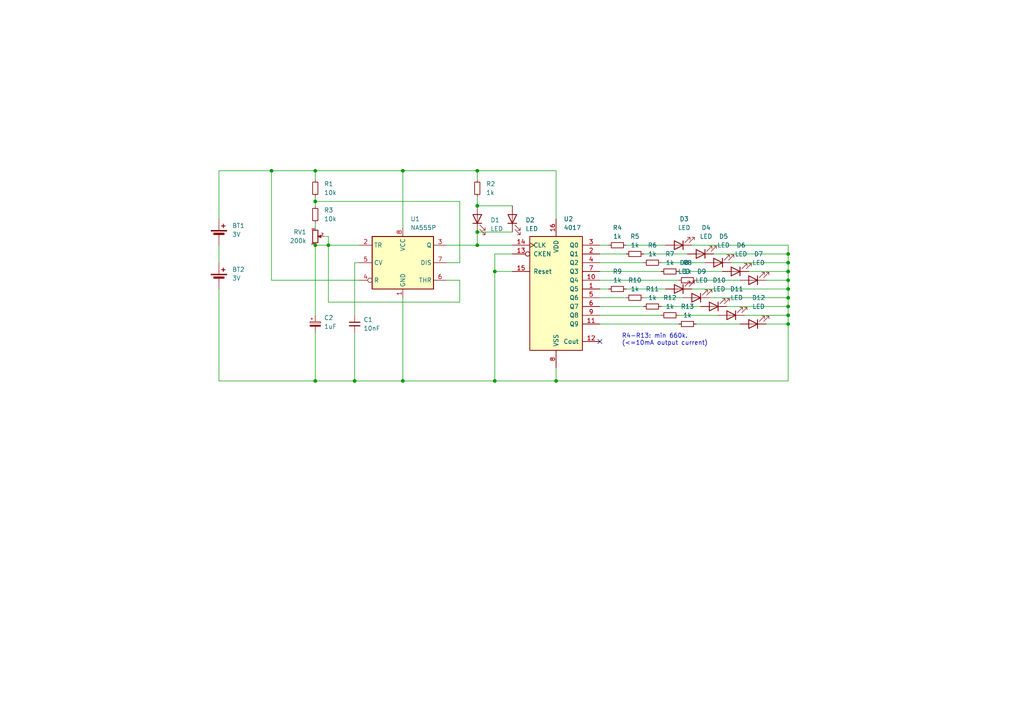
<source format=kicad_sch>
(kicad_sch (version 20230121) (generator eeschema)

  (uuid eaafb135-044e-493f-bf85-87cb7ff3c34e)

  (paper "A4")

  (lib_symbols
    (symbol "4xxx:4017" (pin_names (offset 1.016)) (in_bom yes) (on_board yes)
      (property "Reference" "U" (at -7.62 16.51 0)
        (effects (font (size 1.27 1.27)))
      )
      (property "Value" "4017" (at -7.62 -19.05 0)
        (effects (font (size 1.27 1.27)))
      )
      (property "Footprint" "" (at 0 0 0)
        (effects (font (size 1.27 1.27)) hide)
      )
      (property "Datasheet" "http://www.intersil.com/content/dam/Intersil/documents/cd40/cd4017bms-22bms.pdf" (at 0 0 0)
        (effects (font (size 1.27 1.27)) hide)
      )
      (property "ki_locked" "" (at 0 0 0)
        (effects (font (size 1.27 1.27)))
      )
      (property "ki_keywords" "CNT CNT10" (at 0 0 0)
        (effects (font (size 1.27 1.27)) hide)
      )
      (property "ki_description" "Johnson Counter ( 10 outputs )" (at 0 0 0)
        (effects (font (size 1.27 1.27)) hide)
      )
      (property "ki_fp_filters" "DIP?16*" (at 0 0 0)
        (effects (font (size 1.27 1.27)) hide)
      )
      (symbol "4017_1_0"
        (pin output line (at 12.7 0 180) (length 5.08)
          (name "Q5" (effects (font (size 1.27 1.27))))
          (number "1" (effects (font (size 1.27 1.27))))
        )
        (pin output line (at 12.7 2.54 180) (length 5.08)
          (name "Q4" (effects (font (size 1.27 1.27))))
          (number "10" (effects (font (size 1.27 1.27))))
        )
        (pin output line (at 12.7 -10.16 180) (length 5.08)
          (name "Q9" (effects (font (size 1.27 1.27))))
          (number "11" (effects (font (size 1.27 1.27))))
        )
        (pin output line (at 12.7 -15.24 180) (length 5.08)
          (name "Cout" (effects (font (size 1.27 1.27))))
          (number "12" (effects (font (size 1.27 1.27))))
        )
        (pin input inverted (at -12.7 10.16 0) (length 5.08)
          (name "CKEN" (effects (font (size 1.27 1.27))))
          (number "13" (effects (font (size 1.27 1.27))))
        )
        (pin input clock (at -12.7 12.7 0) (length 5.08)
          (name "CLK" (effects (font (size 1.27 1.27))))
          (number "14" (effects (font (size 1.27 1.27))))
        )
        (pin input line (at -12.7 5.08 0) (length 5.08)
          (name "Reset" (effects (font (size 1.27 1.27))))
          (number "15" (effects (font (size 1.27 1.27))))
        )
        (pin power_in line (at 0 20.32 270) (length 5.08)
          (name "VDD" (effects (font (size 1.27 1.27))))
          (number "16" (effects (font (size 1.27 1.27))))
        )
        (pin output line (at 12.7 10.16 180) (length 5.08)
          (name "Q1" (effects (font (size 1.27 1.27))))
          (number "2" (effects (font (size 1.27 1.27))))
        )
        (pin output line (at 12.7 12.7 180) (length 5.08)
          (name "Q0" (effects (font (size 1.27 1.27))))
          (number "3" (effects (font (size 1.27 1.27))))
        )
        (pin output line (at 12.7 7.62 180) (length 5.08)
          (name "Q2" (effects (font (size 1.27 1.27))))
          (number "4" (effects (font (size 1.27 1.27))))
        )
        (pin output line (at 12.7 -2.54 180) (length 5.08)
          (name "Q6" (effects (font (size 1.27 1.27))))
          (number "5" (effects (font (size 1.27 1.27))))
        )
        (pin output line (at 12.7 -5.08 180) (length 5.08)
          (name "Q7" (effects (font (size 1.27 1.27))))
          (number "6" (effects (font (size 1.27 1.27))))
        )
        (pin output line (at 12.7 5.08 180) (length 5.08)
          (name "Q3" (effects (font (size 1.27 1.27))))
          (number "7" (effects (font (size 1.27 1.27))))
        )
        (pin power_in line (at 0 -22.86 90) (length 5.08)
          (name "VSS" (effects (font (size 1.27 1.27))))
          (number "8" (effects (font (size 1.27 1.27))))
        )
        (pin output line (at 12.7 -7.62 180) (length 5.08)
          (name "Q8" (effects (font (size 1.27 1.27))))
          (number "9" (effects (font (size 1.27 1.27))))
        )
      )
      (symbol "4017_1_1"
        (rectangle (start -7.62 15.24) (end 7.62 -17.78)
          (stroke (width 0.254) (type default))
          (fill (type background))
        )
      )
    )
    (symbol "Device:Battery_Cell" (pin_numbers hide) (pin_names (offset 0) hide) (in_bom yes) (on_board yes)
      (property "Reference" "BT" (at 2.54 2.54 0)
        (effects (font (size 1.27 1.27)) (justify left))
      )
      (property "Value" "Battery_Cell" (at 2.54 0 0)
        (effects (font (size 1.27 1.27)) (justify left))
      )
      (property "Footprint" "" (at 0 1.524 90)
        (effects (font (size 1.27 1.27)) hide)
      )
      (property "Datasheet" "~" (at 0 1.524 90)
        (effects (font (size 1.27 1.27)) hide)
      )
      (property "ki_keywords" "battery cell" (at 0 0 0)
        (effects (font (size 1.27 1.27)) hide)
      )
      (property "ki_description" "Single-cell battery" (at 0 0 0)
        (effects (font (size 1.27 1.27)) hide)
      )
      (symbol "Battery_Cell_0_1"
        (rectangle (start -2.286 1.778) (end 2.286 1.524)
          (stroke (width 0) (type default))
          (fill (type outline))
        )
        (rectangle (start -1.524 1.016) (end 1.524 0.508)
          (stroke (width 0) (type default))
          (fill (type outline))
        )
        (polyline
          (pts
            (xy 0 0.762)
            (xy 0 0)
          )
          (stroke (width 0) (type default))
          (fill (type none))
        )
        (polyline
          (pts
            (xy 0 1.778)
            (xy 0 2.54)
          )
          (stroke (width 0) (type default))
          (fill (type none))
        )
        (polyline
          (pts
            (xy 0.762 3.048)
            (xy 1.778 3.048)
          )
          (stroke (width 0.254) (type default))
          (fill (type none))
        )
        (polyline
          (pts
            (xy 1.27 3.556)
            (xy 1.27 2.54)
          )
          (stroke (width 0.254) (type default))
          (fill (type none))
        )
      )
      (symbol "Battery_Cell_1_1"
        (pin passive line (at 0 5.08 270) (length 2.54)
          (name "+" (effects (font (size 1.27 1.27))))
          (number "1" (effects (font (size 1.27 1.27))))
        )
        (pin passive line (at 0 -2.54 90) (length 2.54)
          (name "-" (effects (font (size 1.27 1.27))))
          (number "2" (effects (font (size 1.27 1.27))))
        )
      )
    )
    (symbol "Device:C_Polarized_Small" (pin_numbers hide) (pin_names (offset 0.254) hide) (in_bom yes) (on_board yes)
      (property "Reference" "C" (at 0.254 1.778 0)
        (effects (font (size 1.27 1.27)) (justify left))
      )
      (property "Value" "C_Polarized_Small" (at 0.254 -2.032 0)
        (effects (font (size 1.27 1.27)) (justify left))
      )
      (property "Footprint" "" (at 0 0 0)
        (effects (font (size 1.27 1.27)) hide)
      )
      (property "Datasheet" "~" (at 0 0 0)
        (effects (font (size 1.27 1.27)) hide)
      )
      (property "ki_keywords" "cap capacitor" (at 0 0 0)
        (effects (font (size 1.27 1.27)) hide)
      )
      (property "ki_description" "Polarized capacitor, small symbol" (at 0 0 0)
        (effects (font (size 1.27 1.27)) hide)
      )
      (property "ki_fp_filters" "CP_*" (at 0 0 0)
        (effects (font (size 1.27 1.27)) hide)
      )
      (symbol "C_Polarized_Small_0_1"
        (rectangle (start -1.524 -0.3048) (end 1.524 -0.6858)
          (stroke (width 0) (type default))
          (fill (type outline))
        )
        (rectangle (start -1.524 0.6858) (end 1.524 0.3048)
          (stroke (width 0) (type default))
          (fill (type none))
        )
        (polyline
          (pts
            (xy -1.27 1.524)
            (xy -0.762 1.524)
          )
          (stroke (width 0) (type default))
          (fill (type none))
        )
        (polyline
          (pts
            (xy -1.016 1.27)
            (xy -1.016 1.778)
          )
          (stroke (width 0) (type default))
          (fill (type none))
        )
      )
      (symbol "C_Polarized_Small_1_1"
        (pin passive line (at 0 2.54 270) (length 1.8542)
          (name "~" (effects (font (size 1.27 1.27))))
          (number "1" (effects (font (size 1.27 1.27))))
        )
        (pin passive line (at 0 -2.54 90) (length 1.8542)
          (name "~" (effects (font (size 1.27 1.27))))
          (number "2" (effects (font (size 1.27 1.27))))
        )
      )
    )
    (symbol "Device:C_Small" (pin_numbers hide) (pin_names (offset 0.254) hide) (in_bom yes) (on_board yes)
      (property "Reference" "C" (at 0.254 1.778 0)
        (effects (font (size 1.27 1.27)) (justify left))
      )
      (property "Value" "C_Small" (at 0.254 -2.032 0)
        (effects (font (size 1.27 1.27)) (justify left))
      )
      (property "Footprint" "" (at 0 0 0)
        (effects (font (size 1.27 1.27)) hide)
      )
      (property "Datasheet" "~" (at 0 0 0)
        (effects (font (size 1.27 1.27)) hide)
      )
      (property "ki_keywords" "capacitor cap" (at 0 0 0)
        (effects (font (size 1.27 1.27)) hide)
      )
      (property "ki_description" "Unpolarized capacitor, small symbol" (at 0 0 0)
        (effects (font (size 1.27 1.27)) hide)
      )
      (property "ki_fp_filters" "C_*" (at 0 0 0)
        (effects (font (size 1.27 1.27)) hide)
      )
      (symbol "C_Small_0_1"
        (polyline
          (pts
            (xy -1.524 -0.508)
            (xy 1.524 -0.508)
          )
          (stroke (width 0.3302) (type default))
          (fill (type none))
        )
        (polyline
          (pts
            (xy -1.524 0.508)
            (xy 1.524 0.508)
          )
          (stroke (width 0.3048) (type default))
          (fill (type none))
        )
      )
      (symbol "C_Small_1_1"
        (pin passive line (at 0 2.54 270) (length 2.032)
          (name "~" (effects (font (size 1.27 1.27))))
          (number "1" (effects (font (size 1.27 1.27))))
        )
        (pin passive line (at 0 -2.54 90) (length 2.032)
          (name "~" (effects (font (size 1.27 1.27))))
          (number "2" (effects (font (size 1.27 1.27))))
        )
      )
    )
    (symbol "Device:LED" (pin_numbers hide) (pin_names (offset 1.016) hide) (in_bom yes) (on_board yes)
      (property "Reference" "D" (at 0 2.54 0)
        (effects (font (size 1.27 1.27)))
      )
      (property "Value" "LED" (at 0 -2.54 0)
        (effects (font (size 1.27 1.27)))
      )
      (property "Footprint" "" (at 0 0 0)
        (effects (font (size 1.27 1.27)) hide)
      )
      (property "Datasheet" "~" (at 0 0 0)
        (effects (font (size 1.27 1.27)) hide)
      )
      (property "ki_keywords" "LED diode" (at 0 0 0)
        (effects (font (size 1.27 1.27)) hide)
      )
      (property "ki_description" "Light emitting diode" (at 0 0 0)
        (effects (font (size 1.27 1.27)) hide)
      )
      (property "ki_fp_filters" "LED* LED_SMD:* LED_THT:*" (at 0 0 0)
        (effects (font (size 1.27 1.27)) hide)
      )
      (symbol "LED_0_1"
        (polyline
          (pts
            (xy -1.27 -1.27)
            (xy -1.27 1.27)
          )
          (stroke (width 0.254) (type default))
          (fill (type none))
        )
        (polyline
          (pts
            (xy -1.27 0)
            (xy 1.27 0)
          )
          (stroke (width 0) (type default))
          (fill (type none))
        )
        (polyline
          (pts
            (xy 1.27 -1.27)
            (xy 1.27 1.27)
            (xy -1.27 0)
            (xy 1.27 -1.27)
          )
          (stroke (width 0.254) (type default))
          (fill (type none))
        )
        (polyline
          (pts
            (xy -3.048 -0.762)
            (xy -4.572 -2.286)
            (xy -3.81 -2.286)
            (xy -4.572 -2.286)
            (xy -4.572 -1.524)
          )
          (stroke (width 0) (type default))
          (fill (type none))
        )
        (polyline
          (pts
            (xy -1.778 -0.762)
            (xy -3.302 -2.286)
            (xy -2.54 -2.286)
            (xy -3.302 -2.286)
            (xy -3.302 -1.524)
          )
          (stroke (width 0) (type default))
          (fill (type none))
        )
      )
      (symbol "LED_1_1"
        (pin passive line (at -3.81 0 0) (length 2.54)
          (name "K" (effects (font (size 1.27 1.27))))
          (number "1" (effects (font (size 1.27 1.27))))
        )
        (pin passive line (at 3.81 0 180) (length 2.54)
          (name "A" (effects (font (size 1.27 1.27))))
          (number "2" (effects (font (size 1.27 1.27))))
        )
      )
    )
    (symbol "Device:R_Potentiometer_Small" (pin_names (offset 1.016) hide) (in_bom yes) (on_board yes)
      (property "Reference" "RV" (at -4.445 0 90)
        (effects (font (size 1.27 1.27)))
      )
      (property "Value" "R_Potentiometer_Small" (at -2.54 0 90)
        (effects (font (size 1.27 1.27)))
      )
      (property "Footprint" "" (at 0 0 0)
        (effects (font (size 1.27 1.27)) hide)
      )
      (property "Datasheet" "~" (at 0 0 0)
        (effects (font (size 1.27 1.27)) hide)
      )
      (property "ki_keywords" "resistor variable" (at 0 0 0)
        (effects (font (size 1.27 1.27)) hide)
      )
      (property "ki_description" "Potentiometer" (at 0 0 0)
        (effects (font (size 1.27 1.27)) hide)
      )
      (property "ki_fp_filters" "Potentiometer*" (at 0 0 0)
        (effects (font (size 1.27 1.27)) hide)
      )
      (symbol "R_Potentiometer_Small_0_1"
        (polyline
          (pts
            (xy 0.889 0)
            (xy 0.635 0)
            (xy 1.651 0.381)
            (xy 1.651 -0.381)
            (xy 0.635 0)
            (xy 0.889 0)
          )
          (stroke (width 0) (type default))
          (fill (type outline))
        )
        (rectangle (start 0.762 1.8034) (end -0.762 -1.8034)
          (stroke (width 0.254) (type default))
          (fill (type none))
        )
      )
      (symbol "R_Potentiometer_Small_1_1"
        (pin passive line (at 0 2.54 270) (length 0.635)
          (name "1" (effects (font (size 0.635 0.635))))
          (number "1" (effects (font (size 0.635 0.635))))
        )
        (pin passive line (at 2.54 0 180) (length 0.9906)
          (name "2" (effects (font (size 0.635 0.635))))
          (number "2" (effects (font (size 0.635 0.635))))
        )
        (pin passive line (at 0 -2.54 90) (length 0.635)
          (name "3" (effects (font (size 0.635 0.635))))
          (number "3" (effects (font (size 0.635 0.635))))
        )
      )
    )
    (symbol "Device:R_Small" (pin_numbers hide) (pin_names (offset 0.254) hide) (in_bom yes) (on_board yes)
      (property "Reference" "R" (at 0.762 0.508 0)
        (effects (font (size 1.27 1.27)) (justify left))
      )
      (property "Value" "R_Small" (at 0.762 -1.016 0)
        (effects (font (size 1.27 1.27)) (justify left))
      )
      (property "Footprint" "" (at 0 0 0)
        (effects (font (size 1.27 1.27)) hide)
      )
      (property "Datasheet" "~" (at 0 0 0)
        (effects (font (size 1.27 1.27)) hide)
      )
      (property "ki_keywords" "R resistor" (at 0 0 0)
        (effects (font (size 1.27 1.27)) hide)
      )
      (property "ki_description" "Resistor, small symbol" (at 0 0 0)
        (effects (font (size 1.27 1.27)) hide)
      )
      (property "ki_fp_filters" "R_*" (at 0 0 0)
        (effects (font (size 1.27 1.27)) hide)
      )
      (symbol "R_Small_0_1"
        (rectangle (start -0.762 1.778) (end 0.762 -1.778)
          (stroke (width 0.2032) (type default))
          (fill (type none))
        )
      )
      (symbol "R_Small_1_1"
        (pin passive line (at 0 2.54 270) (length 0.762)
          (name "~" (effects (font (size 1.27 1.27))))
          (number "1" (effects (font (size 1.27 1.27))))
        )
        (pin passive line (at 0 -2.54 90) (length 0.762)
          (name "~" (effects (font (size 1.27 1.27))))
          (number "2" (effects (font (size 1.27 1.27))))
        )
      )
    )
    (symbol "Timer:NA555P" (in_bom yes) (on_board yes)
      (property "Reference" "U" (at -10.16 8.89 0)
        (effects (font (size 1.27 1.27)) (justify left))
      )
      (property "Value" "NA555P" (at 2.54 8.89 0)
        (effects (font (size 1.27 1.27)) (justify left))
      )
      (property "Footprint" "Package_DIP:DIP-8_W7.62mm" (at 16.51 -10.16 0)
        (effects (font (size 1.27 1.27)) hide)
      )
      (property "Datasheet" "http://www.ti.com/lit/ds/symlink/ne555.pdf" (at 21.59 -10.16 0)
        (effects (font (size 1.27 1.27)) hide)
      )
      (property "ki_keywords" "single timer 555" (at 0 0 0)
        (effects (font (size 1.27 1.27)) hide)
      )
      (property "ki_description" "Precision Timers, 555 compatible, PDIP-8" (at 0 0 0)
        (effects (font (size 1.27 1.27)) hide)
      )
      (property "ki_fp_filters" "DIP*W7.62mm*" (at 0 0 0)
        (effects (font (size 1.27 1.27)) hide)
      )
      (symbol "NA555P_0_0"
        (pin power_in line (at 0 -10.16 90) (length 2.54)
          (name "GND" (effects (font (size 1.27 1.27))))
          (number "1" (effects (font (size 1.27 1.27))))
        )
        (pin power_in line (at 0 10.16 270) (length 2.54)
          (name "VCC" (effects (font (size 1.27 1.27))))
          (number "8" (effects (font (size 1.27 1.27))))
        )
      )
      (symbol "NA555P_0_1"
        (rectangle (start -8.89 -7.62) (end 8.89 7.62)
          (stroke (width 0.254) (type default))
          (fill (type background))
        )
        (rectangle (start -8.89 -7.62) (end 8.89 7.62)
          (stroke (width 0.254) (type default))
          (fill (type background))
        )
      )
      (symbol "NA555P_1_1"
        (pin input line (at -12.7 5.08 0) (length 3.81)
          (name "TR" (effects (font (size 1.27 1.27))))
          (number "2" (effects (font (size 1.27 1.27))))
        )
        (pin output line (at 12.7 5.08 180) (length 3.81)
          (name "Q" (effects (font (size 1.27 1.27))))
          (number "3" (effects (font (size 1.27 1.27))))
        )
        (pin input inverted (at -12.7 -5.08 0) (length 3.81)
          (name "R" (effects (font (size 1.27 1.27))))
          (number "4" (effects (font (size 1.27 1.27))))
        )
        (pin input line (at -12.7 0 0) (length 3.81)
          (name "CV" (effects (font (size 1.27 1.27))))
          (number "5" (effects (font (size 1.27 1.27))))
        )
        (pin input line (at 12.7 -5.08 180) (length 3.81)
          (name "THR" (effects (font (size 1.27 1.27))))
          (number "6" (effects (font (size 1.27 1.27))))
        )
        (pin input line (at 12.7 0 180) (length 3.81)
          (name "DIS" (effects (font (size 1.27 1.27))))
          (number "7" (effects (font (size 1.27 1.27))))
        )
      )
    )
  )

  (junction (at 102.87 110.49) (diameter 0) (color 0 0 0 0)
    (uuid 21f8758a-046c-4857-b71e-c6272ac10a81)
  )
  (junction (at 91.44 58.42) (diameter 0) (color 0 0 0 0)
    (uuid 244bd38c-c347-4a39-a317-167a234d1356)
  )
  (junction (at 138.43 67.31) (diameter 0) (color 0 0 0 0)
    (uuid 309442c9-bee2-4d3a-a041-a92138c6fe2a)
  )
  (junction (at 95.25 71.12) (diameter 0) (color 0 0 0 0)
    (uuid 340da84f-c122-4909-9ffc-b73fd8a0a23e)
  )
  (junction (at 78.74 49.53) (diameter 0) (color 0 0 0 0)
    (uuid 359d8d19-9f3e-4913-b0b1-c4c1fa333bae)
  )
  (junction (at 143.51 78.74) (diameter 0) (color 0 0 0 0)
    (uuid 452e866c-ec3f-4435-908b-b090b66bbe2f)
  )
  (junction (at 91.44 49.53) (diameter 0) (color 0 0 0 0)
    (uuid 493b1045-0da4-42db-ada0-3ea151771a5c)
  )
  (junction (at 228.6 73.66) (diameter 0) (color 0 0 0 0)
    (uuid 4a39d07f-0b5e-4715-813c-31f16b1c0988)
  )
  (junction (at 228.6 83.82) (diameter 0) (color 0 0 0 0)
    (uuid 5726eccf-8d55-4a09-9e49-c6a9ef24399b)
  )
  (junction (at 138.43 59.69) (diameter 0) (color 0 0 0 0)
    (uuid 61fcb703-bdf3-488f-a16e-e55e9fefc70d)
  )
  (junction (at 116.84 49.53) (diameter 0) (color 0 0 0 0)
    (uuid 6a8566f7-38fa-49c8-99e8-66e972b619ac)
  )
  (junction (at 228.6 93.98) (diameter 0) (color 0 0 0 0)
    (uuid 74d95f08-80fb-412c-b95e-90f6cf9732c4)
  )
  (junction (at 228.6 78.74) (diameter 0) (color 0 0 0 0)
    (uuid 76fc21dd-db89-4d1b-bf24-1af8cba04c5c)
  )
  (junction (at 138.43 49.53) (diameter 0) (color 0 0 0 0)
    (uuid 782afa87-7ac9-49ab-8fcb-6f73a4795a5e)
  )
  (junction (at 228.6 91.44) (diameter 0) (color 0 0 0 0)
    (uuid 89536561-e11f-4f6e-acc4-3c38a79ca4bb)
  )
  (junction (at 228.6 76.2) (diameter 0) (color 0 0 0 0)
    (uuid 90acdaf9-061b-4e3d-9a98-c919e1a345ff)
  )
  (junction (at 161.29 110.49) (diameter 0) (color 0 0 0 0)
    (uuid 92995572-c258-45a8-8853-192a4a013b68)
  )
  (junction (at 91.44 110.49) (diameter 0) (color 0 0 0 0)
    (uuid 98443fd1-ce38-49b6-a997-c201af8b1180)
  )
  (junction (at 116.84 110.49) (diameter 0) (color 0 0 0 0)
    (uuid b2b7ae4a-da47-40e2-b556-8802371b4c07)
  )
  (junction (at 228.6 88.9) (diameter 0) (color 0 0 0 0)
    (uuid c8c0da50-8cb4-43dd-b798-33342e9237cb)
  )
  (junction (at 228.6 86.36) (diameter 0) (color 0 0 0 0)
    (uuid d7ff37a1-76d9-45eb-ae5b-75093befd85b)
  )
  (junction (at 91.44 71.12) (diameter 0) (color 0 0 0 0)
    (uuid dac85f98-22c6-4f95-9d52-c354ee038ca2)
  )
  (junction (at 143.51 110.49) (diameter 0) (color 0 0 0 0)
    (uuid db9cb604-c009-4233-b692-39ab267a213b)
  )
  (junction (at 228.6 81.28) (diameter 0) (color 0 0 0 0)
    (uuid ddb581ea-3c9b-4d81-bc8d-b2393190d114)
  )
  (junction (at 138.43 71.12) (diameter 0) (color 0 0 0 0)
    (uuid edc75351-4f15-4036-bfe2-7962e61e6041)
  )

  (no_connect (at 173.99 99.06) (uuid a9b9f059-0462-4adb-abd4-c90412a08bfd))

  (wire (pts (xy 91.44 49.53) (xy 116.84 49.53))
    (stroke (width 0) (type default))
    (uuid 053ab2e3-4899-47de-a37b-0cde69d0b913)
  )
  (wire (pts (xy 217.17 78.74) (xy 228.6 78.74))
    (stroke (width 0) (type default))
    (uuid 0675cb67-d326-4855-876a-5047794f65c2)
  )
  (wire (pts (xy 102.87 76.2) (xy 102.87 91.44))
    (stroke (width 0) (type default))
    (uuid 06b47ac4-1093-43f6-b512-afd8d8d7000b)
  )
  (wire (pts (xy 138.43 49.53) (xy 161.29 49.53))
    (stroke (width 0) (type default))
    (uuid 0dab0bb5-2bcc-48f8-b711-4380fe482476)
  )
  (wire (pts (xy 228.6 71.12) (xy 228.6 73.66))
    (stroke (width 0) (type default))
    (uuid 12d3948f-40e2-405e-aca1-8ab0c2657043)
  )
  (wire (pts (xy 212.09 76.2) (xy 228.6 76.2))
    (stroke (width 0) (type default))
    (uuid 14fc34fc-9e88-4c0e-8ee2-2529efa67b60)
  )
  (wire (pts (xy 143.51 110.49) (xy 161.29 110.49))
    (stroke (width 0) (type default))
    (uuid 221c14f5-bfa4-42b1-b11e-165649c2b3ef)
  )
  (wire (pts (xy 95.25 71.12) (xy 104.14 71.12))
    (stroke (width 0) (type default))
    (uuid 272b7783-c071-42b2-8d7a-39508265f17f)
  )
  (wire (pts (xy 205.74 86.36) (xy 228.6 86.36))
    (stroke (width 0) (type default))
    (uuid 29e94a61-dc99-4f0c-97a4-1a1693d507b3)
  )
  (wire (pts (xy 173.99 73.66) (xy 181.61 73.66))
    (stroke (width 0) (type default))
    (uuid 2ac604da-dee6-4365-ae5a-0387ed0a6e8e)
  )
  (wire (pts (xy 91.44 57.15) (xy 91.44 58.42))
    (stroke (width 0) (type default))
    (uuid 2afb3b4f-b6f8-46b9-84e2-c374e28625f3)
  )
  (wire (pts (xy 78.74 49.53) (xy 91.44 49.53))
    (stroke (width 0) (type default))
    (uuid 2cb22035-db78-43b4-951f-441ae13ecfec)
  )
  (wire (pts (xy 116.84 86.36) (xy 116.84 110.49))
    (stroke (width 0) (type default))
    (uuid 2e565670-79fb-4c0c-b3aa-d4b12e9caeaa)
  )
  (wire (pts (xy 207.01 73.66) (xy 228.6 73.66))
    (stroke (width 0) (type default))
    (uuid 2fbc166c-499d-45a8-ad38-50da5152bc75)
  )
  (wire (pts (xy 161.29 110.49) (xy 228.6 110.49))
    (stroke (width 0) (type default))
    (uuid 3144dbee-5de1-4e74-9256-deca5e381883)
  )
  (wire (pts (xy 228.6 73.66) (xy 228.6 76.2))
    (stroke (width 0) (type default))
    (uuid 32c057d1-4bdc-4bcd-b63a-1151da7ef13c)
  )
  (wire (pts (xy 91.44 49.53) (xy 91.44 52.07))
    (stroke (width 0) (type default))
    (uuid 32ddc48a-4269-4387-bfee-b0a758013ecf)
  )
  (wire (pts (xy 173.99 86.36) (xy 181.61 86.36))
    (stroke (width 0) (type default))
    (uuid 37146bc2-11a9-4141-a560-f2ee5ae87321)
  )
  (wire (pts (xy 181.61 83.82) (xy 193.04 83.82))
    (stroke (width 0) (type default))
    (uuid 3a0a8269-492e-4ac0-a730-e8e5d3a2afdb)
  )
  (wire (pts (xy 228.6 93.98) (xy 228.6 110.49))
    (stroke (width 0) (type default))
    (uuid 3e295c81-d366-46de-9c39-ce41f20af902)
  )
  (wire (pts (xy 173.99 76.2) (xy 186.69 76.2))
    (stroke (width 0) (type default))
    (uuid 3fdbd3bf-cc0a-4f75-875f-90d3c557a195)
  )
  (wire (pts (xy 138.43 71.12) (xy 148.59 71.12))
    (stroke (width 0) (type default))
    (uuid 41e4221c-5eec-4484-ab27-bd161b8a5511)
  )
  (wire (pts (xy 116.84 49.53) (xy 138.43 49.53))
    (stroke (width 0) (type default))
    (uuid 4401a0e4-f772-49fd-a64f-180377d4e55d)
  )
  (wire (pts (xy 222.25 93.98) (xy 228.6 93.98))
    (stroke (width 0) (type default))
    (uuid 46f572fb-a6e7-4145-86f2-21963b5c6fc8)
  )
  (wire (pts (xy 138.43 49.53) (xy 138.43 52.07))
    (stroke (width 0) (type default))
    (uuid 4925cc50-2ada-4806-a0f7-f163d5278e2f)
  )
  (wire (pts (xy 133.35 87.63) (xy 95.25 87.63))
    (stroke (width 0) (type default))
    (uuid 4ebf2a18-d11f-42db-8192-ee1ab9d1e153)
  )
  (wire (pts (xy 181.61 71.12) (xy 193.04 71.12))
    (stroke (width 0) (type default))
    (uuid 550784c9-6793-496d-a181-b5f9856bd697)
  )
  (wire (pts (xy 91.44 59.69) (xy 91.44 58.42))
    (stroke (width 0) (type default))
    (uuid 55246ba7-f2f0-46d6-996b-bbf831da5f96)
  )
  (wire (pts (xy 196.85 78.74) (xy 209.55 78.74))
    (stroke (width 0) (type default))
    (uuid 57285dc1-78c3-4df2-805f-b37922192703)
  )
  (wire (pts (xy 102.87 96.52) (xy 102.87 110.49))
    (stroke (width 0) (type default))
    (uuid 60d7221c-fc24-49f3-b515-de589fbff8cc)
  )
  (wire (pts (xy 148.59 73.66) (xy 143.51 73.66))
    (stroke (width 0) (type default))
    (uuid 6480e97a-63ba-4950-ad79-36529dc7c490)
  )
  (wire (pts (xy 133.35 81.28) (xy 133.35 87.63))
    (stroke (width 0) (type default))
    (uuid 67569012-6e62-4620-ba68-be067098e3e4)
  )
  (wire (pts (xy 161.29 106.68) (xy 161.29 110.49))
    (stroke (width 0) (type default))
    (uuid 697c0169-a91d-4d60-bc22-4ba2fd69504f)
  )
  (wire (pts (xy 196.85 91.44) (xy 208.28 91.44))
    (stroke (width 0) (type default))
    (uuid 6b550aaa-9bd7-4015-a04c-c582e9d12bc5)
  )
  (wire (pts (xy 228.6 76.2) (xy 228.6 78.74))
    (stroke (width 0) (type default))
    (uuid 6e18c7d5-f126-4554-8ec1-22d756009c01)
  )
  (wire (pts (xy 91.44 96.52) (xy 91.44 110.49))
    (stroke (width 0) (type default))
    (uuid 76f9d44a-9380-46cf-9924-1c1d5d89eed5)
  )
  (wire (pts (xy 91.44 71.12) (xy 91.44 91.44))
    (stroke (width 0) (type default))
    (uuid 7776c234-e4da-4577-a98f-08c0540e44b0)
  )
  (wire (pts (xy 228.6 83.82) (xy 228.6 86.36))
    (stroke (width 0) (type default))
    (uuid 7b411fa1-a66c-40a7-9020-09dbc92853eb)
  )
  (wire (pts (xy 129.54 81.28) (xy 133.35 81.28))
    (stroke (width 0) (type default))
    (uuid 7bbf49cb-7aa3-41f9-a3b9-22f271da2a2d)
  )
  (wire (pts (xy 63.5 71.12) (xy 63.5 76.2))
    (stroke (width 0) (type default))
    (uuid 7f390771-053a-4ca6-8bfc-4ecd646bb227)
  )
  (wire (pts (xy 228.6 91.44) (xy 228.6 93.98))
    (stroke (width 0) (type default))
    (uuid 886b47dc-699e-4b17-b4d9-5c42e2f459b6)
  )
  (wire (pts (xy 104.14 81.28) (xy 78.74 81.28))
    (stroke (width 0) (type default))
    (uuid 8a07a2bf-9925-4b00-a179-0b5d3cb3af80)
  )
  (wire (pts (xy 173.99 71.12) (xy 176.53 71.12))
    (stroke (width 0) (type default))
    (uuid 8bc4db37-12c9-4252-a986-2fbf8a5319ff)
  )
  (wire (pts (xy 228.6 88.9) (xy 228.6 91.44))
    (stroke (width 0) (type default))
    (uuid 9571a634-c1e5-495e-95fe-9a8693bcf764)
  )
  (wire (pts (xy 186.69 73.66) (xy 199.39 73.66))
    (stroke (width 0) (type default))
    (uuid 959550c2-e319-41dd-8e39-74e9a4cca3a4)
  )
  (wire (pts (xy 91.44 64.77) (xy 91.44 66.04))
    (stroke (width 0) (type default))
    (uuid 990868aa-5c3b-4a5a-a84f-787bb495af6e)
  )
  (wire (pts (xy 173.99 83.82) (xy 176.53 83.82))
    (stroke (width 0) (type default))
    (uuid 99665c15-459a-4b20-9f39-0c12cd13cfbe)
  )
  (wire (pts (xy 191.77 88.9) (xy 203.2 88.9))
    (stroke (width 0) (type default))
    (uuid 9a435fab-c435-460b-8ba4-701f8cd1504c)
  )
  (wire (pts (xy 191.77 76.2) (xy 204.47 76.2))
    (stroke (width 0) (type default))
    (uuid 9e827345-6486-4931-b512-8f64405c89f9)
  )
  (wire (pts (xy 228.6 86.36) (xy 228.6 88.9))
    (stroke (width 0) (type default))
    (uuid a0312d55-993f-4ed8-8409-193d36324a5b)
  )
  (wire (pts (xy 148.59 78.74) (xy 143.51 78.74))
    (stroke (width 0) (type default))
    (uuid a0f1830a-c7d2-4f77-abfd-f5d283994178)
  )
  (wire (pts (xy 173.99 88.9) (xy 186.69 88.9))
    (stroke (width 0) (type default))
    (uuid a1f2b321-dc0b-4bd7-ab35-74c1ecc16da9)
  )
  (wire (pts (xy 91.44 71.12) (xy 95.25 71.12))
    (stroke (width 0) (type default))
    (uuid a34a788f-3bad-4a82-aca0-eaeaac305751)
  )
  (wire (pts (xy 102.87 110.49) (xy 116.84 110.49))
    (stroke (width 0) (type default))
    (uuid a6cb55c6-083e-4343-bdc6-e3297b30662f)
  )
  (wire (pts (xy 143.51 73.66) (xy 143.51 78.74))
    (stroke (width 0) (type default))
    (uuid aabc9e4c-7040-4b1a-a7e4-2f06574267f3)
  )
  (wire (pts (xy 133.35 58.42) (xy 133.35 76.2))
    (stroke (width 0) (type default))
    (uuid acb1d95e-6a4f-4bc3-9bfe-8da108fc7bd5)
  )
  (wire (pts (xy 143.51 78.74) (xy 143.51 110.49))
    (stroke (width 0) (type default))
    (uuid ace354ae-b486-4f5a-b005-1dd285c27f94)
  )
  (wire (pts (xy 222.25 81.28) (xy 228.6 81.28))
    (stroke (width 0) (type default))
    (uuid afda9a0d-7ed6-4285-942b-e12259052979)
  )
  (wire (pts (xy 133.35 76.2) (xy 129.54 76.2))
    (stroke (width 0) (type default))
    (uuid b2ca8191-ab91-49f8-8dc3-16c3aabbe177)
  )
  (wire (pts (xy 116.84 49.53) (xy 116.84 66.04))
    (stroke (width 0) (type default))
    (uuid b3c039f6-13f3-46f7-8dae-c866148779e0)
  )
  (wire (pts (xy 63.5 110.49) (xy 91.44 110.49))
    (stroke (width 0) (type default))
    (uuid b8e5e436-1dc0-405c-95db-30d611c33078)
  )
  (wire (pts (xy 95.25 68.58) (xy 95.25 71.12))
    (stroke (width 0) (type default))
    (uuid b910d462-e19f-4035-a0c3-cf05928882a2)
  )
  (wire (pts (xy 63.5 49.53) (xy 63.5 63.5))
    (stroke (width 0) (type default))
    (uuid bceef701-6d97-4fd8-9046-1d42dea1407d)
  )
  (wire (pts (xy 78.74 49.53) (xy 63.5 49.53))
    (stroke (width 0) (type default))
    (uuid bd8dc840-b99c-4d00-b7a6-15273728b0e1)
  )
  (wire (pts (xy 215.9 91.44) (xy 228.6 91.44))
    (stroke (width 0) (type default))
    (uuid bf87e741-36ee-4743-811b-1cf2dc42deee)
  )
  (wire (pts (xy 138.43 67.31) (xy 148.59 67.31))
    (stroke (width 0) (type default))
    (uuid c1b72152-8f5d-4a6c-be49-6b2bb9912986)
  )
  (wire (pts (xy 138.43 67.31) (xy 138.43 71.12))
    (stroke (width 0) (type default))
    (uuid c5f52f20-2d13-490f-9af6-ae74a8918299)
  )
  (wire (pts (xy 200.66 71.12) (xy 228.6 71.12))
    (stroke (width 0) (type default))
    (uuid c7796657-82e9-4e99-8a21-66c12463ffb6)
  )
  (wire (pts (xy 95.25 87.63) (xy 95.25 71.12))
    (stroke (width 0) (type default))
    (uuid ca57f49a-344b-423b-a845-3ecc249b214a)
  )
  (wire (pts (xy 173.99 81.28) (xy 196.85 81.28))
    (stroke (width 0) (type default))
    (uuid cf0d7902-c3e1-423e-a46b-bd78c8eba287)
  )
  (wire (pts (xy 116.84 110.49) (xy 143.51 110.49))
    (stroke (width 0) (type default))
    (uuid d5390f89-583f-44d3-8e7d-c9b03cf11796)
  )
  (wire (pts (xy 228.6 78.74) (xy 228.6 81.28))
    (stroke (width 0) (type default))
    (uuid d65cbf12-1b00-4c46-b5e3-854a4d6dbc5a)
  )
  (wire (pts (xy 161.29 49.53) (xy 161.29 63.5))
    (stroke (width 0) (type default))
    (uuid d7cdc4fb-7ad0-43d8-95c4-eb9588d6e832)
  )
  (wire (pts (xy 129.54 71.12) (xy 138.43 71.12))
    (stroke (width 0) (type default))
    (uuid d7ffa297-66f9-41bc-8ee7-6e9bdacb0d62)
  )
  (wire (pts (xy 201.93 81.28) (xy 214.63 81.28))
    (stroke (width 0) (type default))
    (uuid d9c65a93-13ea-4a22-b990-bc7132c2e71d)
  )
  (wire (pts (xy 173.99 91.44) (xy 191.77 91.44))
    (stroke (width 0) (type default))
    (uuid dca2d167-28eb-423b-8700-ba9933918493)
  )
  (wire (pts (xy 91.44 58.42) (xy 133.35 58.42))
    (stroke (width 0) (type default))
    (uuid dd312f83-2ccd-4104-ad05-77e17a6e2460)
  )
  (wire (pts (xy 91.44 110.49) (xy 102.87 110.49))
    (stroke (width 0) (type default))
    (uuid dd335d07-ef86-4e88-854b-cfb4f9b9ac1c)
  )
  (wire (pts (xy 228.6 81.28) (xy 228.6 83.82))
    (stroke (width 0) (type default))
    (uuid e005450e-a0fe-4a9d-b249-dbb1f94c4de6)
  )
  (wire (pts (xy 173.99 78.74) (xy 191.77 78.74))
    (stroke (width 0) (type default))
    (uuid e39a7853-9c02-4b03-a2cc-9f65edc1df2b)
  )
  (wire (pts (xy 201.93 93.98) (xy 214.63 93.98))
    (stroke (width 0) (type default))
    (uuid e6418ed6-780f-472e-ad1c-9fad767dde34)
  )
  (wire (pts (xy 93.98 68.58) (xy 95.25 68.58))
    (stroke (width 0) (type default))
    (uuid e815fa45-5082-4add-a770-6251523a1a38)
  )
  (wire (pts (xy 78.74 81.28) (xy 78.74 49.53))
    (stroke (width 0) (type default))
    (uuid ec76eacb-dd45-4162-b939-f7e318669db9)
  )
  (wire (pts (xy 200.66 83.82) (xy 228.6 83.82))
    (stroke (width 0) (type default))
    (uuid f1d20cc5-a9d9-40cb-804b-815806d90df3)
  )
  (wire (pts (xy 63.5 83.82) (xy 63.5 110.49))
    (stroke (width 0) (type default))
    (uuid f2add4e0-4369-42d8-9c8e-70b5eab7d2d7)
  )
  (wire (pts (xy 210.82 88.9) (xy 228.6 88.9))
    (stroke (width 0) (type default))
    (uuid f73905ce-718f-41e5-80b1-6ccd0de1a96b)
  )
  (wire (pts (xy 186.69 86.36) (xy 198.12 86.36))
    (stroke (width 0) (type default))
    (uuid f7ee4e0a-1920-4e2a-8bb5-6e122dcdc964)
  )
  (wire (pts (xy 102.87 76.2) (xy 104.14 76.2))
    (stroke (width 0) (type default))
    (uuid f9d1e85a-cec1-48cd-8e01-a69c2cd1d831)
  )
  (wire (pts (xy 173.99 93.98) (xy 196.85 93.98))
    (stroke (width 0) (type default))
    (uuid fb1dcf09-6a04-43e4-926e-60bbce63a6af)
  )
  (wire (pts (xy 138.43 59.69) (xy 148.59 59.69))
    (stroke (width 0) (type default))
    (uuid fe07a76a-7c10-4e47-941e-d5f395c7eb95)
  )
  (wire (pts (xy 138.43 57.15) (xy 138.43 59.69))
    (stroke (width 0) (type default))
    (uuid ff97eb0c-0b73-43f5-8dc5-adefa7914780)
  )

  (text "R4-R13: min 660k.\n(<=10mA output current)" (at 180.34 100.33 0)
    (effects (font (size 1.27 1.27)) (justify left bottom))
    (uuid 365989bc-a274-4282-ac24-33039edfa346)
  )

  (symbol (lib_id "Device:LED") (at 203.2 73.66 180) (unit 1)
    (in_bom yes) (on_board yes) (dnp no) (fields_autoplaced)
    (uuid 00c0e21b-1498-416c-950b-3036c02b6e2d)
    (property "Reference" "D4" (at 204.7875 66.04 0)
      (effects (font (size 1.27 1.27)))
    )
    (property "Value" "LED" (at 204.7875 68.58 0)
      (effects (font (size 1.27 1.27)))
    )
    (property "Footprint" "UserFootprints:LED_D5.0mm_double_sided" (at 203.2 73.66 0)
      (effects (font (size 1.27 1.27)) hide)
    )
    (property "Datasheet" "~" (at 203.2 73.66 0)
      (effects (font (size 1.27 1.27)) hide)
    )
    (pin "2" (uuid 6f15b675-c0f1-40d4-a16c-7faf28c8be69))
    (pin "1" (uuid e60080df-7b69-44d7-b809-f69343c39f65))
    (instances
      (project "Toolbox"
        (path "/eaafb135-044e-493f-bf85-87cb7ff3c34e"
          (reference "D4") (unit 1)
        )
      )
    )
  )

  (symbol (lib_id "Device:LED") (at 213.36 78.74 180) (unit 1)
    (in_bom yes) (on_board yes) (dnp no) (fields_autoplaced)
    (uuid 00d3d1e5-0319-407f-9eba-d7aaea2bf3fd)
    (property "Reference" "D6" (at 214.9475 71.12 0)
      (effects (font (size 1.27 1.27)))
    )
    (property "Value" "LED" (at 214.9475 73.66 0)
      (effects (font (size 1.27 1.27)))
    )
    (property "Footprint" "UserFootprints:LED_D5.0mm_double_sided" (at 213.36 78.74 0)
      (effects (font (size 1.27 1.27)) hide)
    )
    (property "Datasheet" "~" (at 213.36 78.74 0)
      (effects (font (size 1.27 1.27)) hide)
    )
    (pin "2" (uuid 1d297180-1265-4530-a430-f624087b92e8))
    (pin "1" (uuid 5fb9eed8-de7f-46e6-b6fd-9f1cad4072cb))
    (instances
      (project "Toolbox"
        (path "/eaafb135-044e-493f-bf85-87cb7ff3c34e"
          (reference "D6") (unit 1)
        )
      )
    )
  )

  (symbol (lib_id "Device:LED") (at 201.93 86.36 180) (unit 1)
    (in_bom yes) (on_board yes) (dnp no) (fields_autoplaced)
    (uuid 04effa4f-b397-4cb1-98ec-8916cecbf742)
    (property "Reference" "D9" (at 203.5175 78.74 0)
      (effects (font (size 1.27 1.27)))
    )
    (property "Value" "LED" (at 203.5175 81.28 0)
      (effects (font (size 1.27 1.27)))
    )
    (property "Footprint" "UserFootprints:LED_D5.0mm_double_sided" (at 201.93 86.36 0)
      (effects (font (size 1.27 1.27)) hide)
    )
    (property "Datasheet" "~" (at 201.93 86.36 0)
      (effects (font (size 1.27 1.27)) hide)
    )
    (pin "2" (uuid b089ca60-e236-4d5c-bfef-e10c36d4628e))
    (pin "1" (uuid 5e226292-19b7-4ed8-ad4c-6efc0b2b7ac2))
    (instances
      (project "Toolbox"
        (path "/eaafb135-044e-493f-bf85-87cb7ff3c34e"
          (reference "D9") (unit 1)
        )
      )
    )
  )

  (symbol (lib_id "Device:R_Small") (at 194.31 91.44 90) (unit 1)
    (in_bom yes) (on_board yes) (dnp no) (fields_autoplaced)
    (uuid 0716ad55-b389-4b0e-a72f-b22a888347e3)
    (property "Reference" "R12" (at 194.31 86.36 90)
      (effects (font (size 1.27 1.27)))
    )
    (property "Value" "1k" (at 194.31 88.9 90)
      (effects (font (size 1.27 1.27)))
    )
    (property "Footprint" "Resistor_THT:R_Axial_DIN0207_L6.3mm_D2.5mm_P10.16mm_Horizontal" (at 194.31 91.44 0)
      (effects (font (size 1.27 1.27)) hide)
    )
    (property "Datasheet" "~" (at 194.31 91.44 0)
      (effects (font (size 1.27 1.27)) hide)
    )
    (pin "2" (uuid fbfb5f80-56e6-4faa-8df3-e10fb1f75df0))
    (pin "1" (uuid 8df4cd36-75f9-4705-a77d-9684524e2861))
    (instances
      (project "Toolbox"
        (path "/eaafb135-044e-493f-bf85-87cb7ff3c34e"
          (reference "R12") (unit 1)
        )
      )
    )
  )

  (symbol (lib_id "Device:R_Small") (at 199.39 81.28 90) (unit 1)
    (in_bom yes) (on_board yes) (dnp no) (fields_autoplaced)
    (uuid 08a94c20-c17e-4466-8407-1a2324819c99)
    (property "Reference" "R8" (at 199.39 76.2 90)
      (effects (font (size 1.27 1.27)))
    )
    (property "Value" "1k" (at 199.39 78.74 90)
      (effects (font (size 1.27 1.27)))
    )
    (property "Footprint" "Resistor_THT:R_Axial_DIN0207_L6.3mm_D2.5mm_P10.16mm_Horizontal" (at 199.39 81.28 0)
      (effects (font (size 1.27 1.27)) hide)
    )
    (property "Datasheet" "~" (at 199.39 81.28 0)
      (effects (font (size 1.27 1.27)) hide)
    )
    (pin "2" (uuid 74ed91cd-b5e6-42fb-a9e5-1a777146b4e5))
    (pin "1" (uuid ce4832e9-0bbe-4e32-bd45-2a77c3708ac9))
    (instances
      (project "Toolbox"
        (path "/eaafb135-044e-493f-bf85-87cb7ff3c34e"
          (reference "R8") (unit 1)
        )
      )
    )
  )

  (symbol (lib_id "Device:R_Small") (at 189.23 88.9 90) (unit 1)
    (in_bom yes) (on_board yes) (dnp no) (fields_autoplaced)
    (uuid 0b5f580c-c2ac-46c5-a7e9-f6c06be63943)
    (property "Reference" "R11" (at 189.23 83.82 90)
      (effects (font (size 1.27 1.27)))
    )
    (property "Value" "1k" (at 189.23 86.36 90)
      (effects (font (size 1.27 1.27)))
    )
    (property "Footprint" "Resistor_THT:R_Axial_DIN0207_L6.3mm_D2.5mm_P10.16mm_Horizontal" (at 189.23 88.9 0)
      (effects (font (size 1.27 1.27)) hide)
    )
    (property "Datasheet" "~" (at 189.23 88.9 0)
      (effects (font (size 1.27 1.27)) hide)
    )
    (pin "2" (uuid 4977e7de-67df-4815-9141-1c6a2424141d))
    (pin "1" (uuid 09c3aece-4d2d-4429-afe1-6f24489a1469))
    (instances
      (project "Toolbox"
        (path "/eaafb135-044e-493f-bf85-87cb7ff3c34e"
          (reference "R11") (unit 1)
        )
      )
    )
  )

  (symbol (lib_id "Device:R_Small") (at 199.39 93.98 90) (unit 1)
    (in_bom yes) (on_board yes) (dnp no) (fields_autoplaced)
    (uuid 2816e67b-3b95-4c46-a0ed-53b5d180cd35)
    (property "Reference" "R13" (at 199.39 88.9 90)
      (effects (font (size 1.27 1.27)))
    )
    (property "Value" "1k" (at 199.39 91.44 90)
      (effects (font (size 1.27 1.27)))
    )
    (property "Footprint" "Resistor_THT:R_Axial_DIN0207_L6.3mm_D2.5mm_P10.16mm_Horizontal" (at 199.39 93.98 0)
      (effects (font (size 1.27 1.27)) hide)
    )
    (property "Datasheet" "~" (at 199.39 93.98 0)
      (effects (font (size 1.27 1.27)) hide)
    )
    (pin "2" (uuid 14e8a32b-4384-4d27-96f4-cfa83fc2f50b))
    (pin "1" (uuid c5cb2363-15aa-488e-a666-13bd74b58015))
    (instances
      (project "Toolbox"
        (path "/eaafb135-044e-493f-bf85-87cb7ff3c34e"
          (reference "R13") (unit 1)
        )
      )
    )
  )

  (symbol (lib_id "Device:LED") (at 138.43 63.5 90) (unit 1)
    (in_bom yes) (on_board yes) (dnp no) (fields_autoplaced)
    (uuid 3d99e57e-6517-4b5b-b111-da2bedaa8030)
    (property "Reference" "D1" (at 142.24 63.8175 90)
      (effects (font (size 1.27 1.27)) (justify right))
    )
    (property "Value" "LED" (at 142.24 66.3575 90)
      (effects (font (size 1.27 1.27)) (justify right))
    )
    (property "Footprint" "LED_SMD:LED_1206_3216Metric_Pad1.42x1.75mm_HandSolder" (at 138.43 63.5 0)
      (effects (font (size 1.27 1.27)) hide)
    )
    (property "Datasheet" "~" (at 138.43 63.5 0)
      (effects (font (size 1.27 1.27)) hide)
    )
    (pin "2" (uuid 5ea8683d-6374-4e78-99ba-1d281bfdd147))
    (pin "1" (uuid 3040bf4d-5bd3-4e19-b589-c577514aaf47))
    (instances
      (project "Toolbox"
        (path "/eaafb135-044e-493f-bf85-87cb7ff3c34e"
          (reference "D1") (unit 1)
        )
      )
    )
  )

  (symbol (lib_id "Device:R_Small") (at 138.43 54.61 0) (unit 1)
    (in_bom yes) (on_board yes) (dnp no) (fields_autoplaced)
    (uuid 3f5beda1-a5e4-47f7-9dd5-fdaca7a6e163)
    (property "Reference" "R2" (at 140.97 53.34 0)
      (effects (font (size 1.27 1.27)) (justify left))
    )
    (property "Value" "1k" (at 140.97 55.88 0)
      (effects (font (size 1.27 1.27)) (justify left))
    )
    (property "Footprint" "Resistor_THT:R_Axial_DIN0207_L6.3mm_D2.5mm_P10.16mm_Horizontal" (at 138.43 54.61 0)
      (effects (font (size 1.27 1.27)) hide)
    )
    (property "Datasheet" "~" (at 138.43 54.61 0)
      (effects (font (size 1.27 1.27)) hide)
    )
    (pin "2" (uuid 3cae1dcd-d995-4fed-a385-f381880f5341))
    (pin "1" (uuid 0f9d7ea8-5a75-4346-98d7-e37e14d18830))
    (instances
      (project "Toolbox"
        (path "/eaafb135-044e-493f-bf85-87cb7ff3c34e"
          (reference "R2") (unit 1)
        )
      )
    )
  )

  (symbol (lib_id "Device:R_Small") (at 184.15 73.66 90) (unit 1)
    (in_bom yes) (on_board yes) (dnp no) (fields_autoplaced)
    (uuid 51a3e0f3-f2eb-476c-bd35-40e01c5734a2)
    (property "Reference" "R5" (at 184.15 68.58 90)
      (effects (font (size 1.27 1.27)))
    )
    (property "Value" "1k" (at 184.15 71.12 90)
      (effects (font (size 1.27 1.27)))
    )
    (property "Footprint" "Resistor_THT:R_Axial_DIN0207_L6.3mm_D2.5mm_P10.16mm_Horizontal" (at 184.15 73.66 0)
      (effects (font (size 1.27 1.27)) hide)
    )
    (property "Datasheet" "~" (at 184.15 73.66 0)
      (effects (font (size 1.27 1.27)) hide)
    )
    (pin "2" (uuid 751e1808-f6ab-40b9-a061-b0c0b19dd845))
    (pin "1" (uuid ec83bd60-a5ea-4217-ace6-c65df0e2d444))
    (instances
      (project "Toolbox"
        (path "/eaafb135-044e-493f-bf85-87cb7ff3c34e"
          (reference "R5") (unit 1)
        )
      )
    )
  )

  (symbol (lib_id "Device:R_Small") (at 91.44 62.23 180) (unit 1)
    (in_bom yes) (on_board yes) (dnp no) (fields_autoplaced)
    (uuid 51e3a454-33d5-4bc7-b230-a5d8d7b5ad43)
    (property "Reference" "R3" (at 93.98 60.96 0)
      (effects (font (size 1.27 1.27)) (justify right))
    )
    (property "Value" "10k" (at 93.98 63.5 0)
      (effects (font (size 1.27 1.27)) (justify right))
    )
    (property "Footprint" "Resistor_THT:R_Axial_DIN0207_L6.3mm_D2.5mm_P10.16mm_Horizontal" (at 91.44 62.23 0)
      (effects (font (size 1.27 1.27)) hide)
    )
    (property "Datasheet" "~" (at 91.44 62.23 0)
      (effects (font (size 1.27 1.27)) hide)
    )
    (pin "2" (uuid cc6c6725-0aea-416b-9a65-a2f96e69a92e))
    (pin "1" (uuid 94514d0b-39e6-459d-94ba-3c683c333307))
    (instances
      (project "Toolbox"
        (path "/eaafb135-044e-493f-bf85-87cb7ff3c34e"
          (reference "R3") (unit 1)
        )
      )
    )
  )

  (symbol (lib_id "4xxx:4017") (at 161.29 83.82 0) (unit 1)
    (in_bom yes) (on_board yes) (dnp no) (fields_autoplaced)
    (uuid 61453985-1631-44e8-9864-c0004094229c)
    (property "Reference" "U2" (at 163.4841 63.5 0)
      (effects (font (size 1.27 1.27)) (justify left))
    )
    (property "Value" "4017" (at 163.4841 66.04 0)
      (effects (font (size 1.27 1.27)) (justify left))
    )
    (property "Footprint" "Package_DIP:DIP-16_W7.62mm_LongPads" (at 161.29 83.82 0)
      (effects (font (size 1.27 1.27)) hide)
    )
    (property "Datasheet" "http://www.intersil.com/content/dam/Intersil/documents/cd40/cd4017bms-22bms.pdf" (at 161.29 83.82 0)
      (effects (font (size 1.27 1.27)) hide)
    )
    (pin "16" (uuid d2d10a05-461d-4539-9132-773d67c188ac))
    (pin "6" (uuid 03ed4e2b-7ce8-4656-8b64-59567ebb4f21))
    (pin "13" (uuid bd0e635b-3d5a-4056-8fe1-fb145db0a825))
    (pin "8" (uuid 7534ef3c-e412-4df0-8a6c-6cf707e236ee))
    (pin "10" (uuid b3fe6939-5a1d-4be1-9249-839be1b9e23b))
    (pin "7" (uuid 93e8e3f5-1399-4411-b7d8-39e01de17752))
    (pin "15" (uuid 7b367269-ccde-4594-8c32-ff26231234a2))
    (pin "2" (uuid 3649a08a-2347-42f9-aa83-6a68d171ae86))
    (pin "4" (uuid 57ca756a-1e5d-4ae9-a74e-1f97f7d19e20))
    (pin "14" (uuid a5215306-005a-49a2-a5f4-ca4705a6b252))
    (pin "11" (uuid bfcdbee0-e2e9-4ab4-b7b7-84709537216a))
    (pin "3" (uuid 525c5861-7adb-48a8-ba4f-ce5f3ac1da05))
    (pin "5" (uuid 9b19d6e1-c446-4654-8a67-00e18c8d89bb))
    (pin "12" (uuid 78702657-37b5-4ae3-9f78-8c84317b304a))
    (pin "9" (uuid f6e3c65b-706d-43b4-8498-0a805437dd2a))
    (pin "1" (uuid 466f104b-bcd1-490e-845e-7bfecb72bcb7))
    (instances
      (project "Toolbox"
        (path "/eaafb135-044e-493f-bf85-87cb7ff3c34e"
          (reference "U2") (unit 1)
        )
      )
    )
  )

  (symbol (lib_id "Device:LED") (at 208.28 76.2 180) (unit 1)
    (in_bom yes) (on_board yes) (dnp no) (fields_autoplaced)
    (uuid 64063640-8a1b-44ef-ac0c-8cba5672ae00)
    (property "Reference" "D5" (at 209.8675 68.58 0)
      (effects (font (size 1.27 1.27)))
    )
    (property "Value" "LED" (at 209.8675 71.12 0)
      (effects (font (size 1.27 1.27)))
    )
    (property "Footprint" "UserFootprints:LED_D5.0mm_double_sided" (at 208.28 76.2 0)
      (effects (font (size 1.27 1.27)) hide)
    )
    (property "Datasheet" "~" (at 208.28 76.2 0)
      (effects (font (size 1.27 1.27)) hide)
    )
    (pin "2" (uuid 42af955b-a221-43b6-ac6b-438da185ff15))
    (pin "1" (uuid d6441bf1-7f4d-4cc6-9d29-ef4d88906831))
    (instances
      (project "Toolbox"
        (path "/eaafb135-044e-493f-bf85-87cb7ff3c34e"
          (reference "D5") (unit 1)
        )
      )
    )
  )

  (symbol (lib_id "Device:LED") (at 207.01 88.9 180) (unit 1)
    (in_bom yes) (on_board yes) (dnp no) (fields_autoplaced)
    (uuid 69a152af-22c9-4c0c-9d8e-1f3c46eb4e88)
    (property "Reference" "D10" (at 208.5975 81.28 0)
      (effects (font (size 1.27 1.27)))
    )
    (property "Value" "LED" (at 208.5975 83.82 0)
      (effects (font (size 1.27 1.27)))
    )
    (property "Footprint" "UserFootprints:LED_D5.0mm_double_sided" (at 207.01 88.9 0)
      (effects (font (size 1.27 1.27)) hide)
    )
    (property "Datasheet" "~" (at 207.01 88.9 0)
      (effects (font (size 1.27 1.27)) hide)
    )
    (pin "2" (uuid 2ddd7796-b0b5-435c-9253-cf5f0291cfaf))
    (pin "1" (uuid 85a64549-6f6e-4bac-a1ee-93a3a40f6680))
    (instances
      (project "Toolbox"
        (path "/eaafb135-044e-493f-bf85-87cb7ff3c34e"
          (reference "D10") (unit 1)
        )
      )
    )
  )

  (symbol (lib_id "Device:LED") (at 212.09 91.44 180) (unit 1)
    (in_bom yes) (on_board yes) (dnp no) (fields_autoplaced)
    (uuid 80dca3a6-25c6-4a57-8986-67721c4af67c)
    (property "Reference" "D11" (at 213.6775 83.82 0)
      (effects (font (size 1.27 1.27)))
    )
    (property "Value" "LED" (at 213.6775 86.36 0)
      (effects (font (size 1.27 1.27)))
    )
    (property "Footprint" "UserFootprints:LED_D5.0mm_double_sided" (at 212.09 91.44 0)
      (effects (font (size 1.27 1.27)) hide)
    )
    (property "Datasheet" "~" (at 212.09 91.44 0)
      (effects (font (size 1.27 1.27)) hide)
    )
    (pin "2" (uuid 7c6e5f3f-264c-4d94-a2f0-cd4e36051acc))
    (pin "1" (uuid 80a5b9d6-a04c-4328-a5e5-05441b3016cf))
    (instances
      (project "Toolbox"
        (path "/eaafb135-044e-493f-bf85-87cb7ff3c34e"
          (reference "D11") (unit 1)
        )
      )
    )
  )

  (symbol (lib_id "Device:LED") (at 218.44 93.98 180) (unit 1)
    (in_bom yes) (on_board yes) (dnp no) (fields_autoplaced)
    (uuid 85354e98-9032-4427-943c-da85e7aefa99)
    (property "Reference" "D12" (at 220.0275 86.36 0)
      (effects (font (size 1.27 1.27)))
    )
    (property "Value" "LED" (at 220.0275 88.9 0)
      (effects (font (size 1.27 1.27)))
    )
    (property "Footprint" "UserFootprints:LED_D5.0mm_double_sided" (at 218.44 93.98 0)
      (effects (font (size 1.27 1.27)) hide)
    )
    (property "Datasheet" "~" (at 218.44 93.98 0)
      (effects (font (size 1.27 1.27)) hide)
    )
    (pin "2" (uuid 1d5c1d6d-fd7c-4467-96c0-d6f53ba8d287))
    (pin "1" (uuid 56f2c01e-1aca-4f1b-bba5-6191e25a9146))
    (instances
      (project "Toolbox"
        (path "/eaafb135-044e-493f-bf85-87cb7ff3c34e"
          (reference "D12") (unit 1)
        )
      )
    )
  )

  (symbol (lib_id "Device:R_Small") (at 194.31 78.74 90) (unit 1)
    (in_bom yes) (on_board yes) (dnp no) (fields_autoplaced)
    (uuid 853f11bf-931d-46e5-b046-63484f9ed28b)
    (property "Reference" "R7" (at 194.31 73.66 90)
      (effects (font (size 1.27 1.27)))
    )
    (property "Value" "1k" (at 194.31 76.2 90)
      (effects (font (size 1.27 1.27)))
    )
    (property "Footprint" "Resistor_THT:R_Axial_DIN0207_L6.3mm_D2.5mm_P10.16mm_Horizontal" (at 194.31 78.74 0)
      (effects (font (size 1.27 1.27)) hide)
    )
    (property "Datasheet" "~" (at 194.31 78.74 0)
      (effects (font (size 1.27 1.27)) hide)
    )
    (pin "2" (uuid 107779fe-9cd4-4523-b86f-18634e702d19))
    (pin "1" (uuid 60b64f52-0109-4b69-974d-89cb3667d3bd))
    (instances
      (project "Toolbox"
        (path "/eaafb135-044e-493f-bf85-87cb7ff3c34e"
          (reference "R7") (unit 1)
        )
      )
    )
  )

  (symbol (lib_id "Device:C_Small") (at 102.87 93.98 0) (unit 1)
    (in_bom yes) (on_board yes) (dnp no) (fields_autoplaced)
    (uuid 8650cbfb-a609-4cdb-a953-14969bbe7dff)
    (property "Reference" "C1" (at 105.41 92.7163 0)
      (effects (font (size 1.27 1.27)) (justify left))
    )
    (property "Value" "10nF" (at 105.41 95.2563 0)
      (effects (font (size 1.27 1.27)) (justify left))
    )
    (property "Footprint" "Capacitor_THT:C_Disc_D3.0mm_W2.0mm_P2.50mm" (at 102.87 93.98 0)
      (effects (font (size 1.27 1.27)) hide)
    )
    (property "Datasheet" "~" (at 102.87 93.98 0)
      (effects (font (size 1.27 1.27)) hide)
    )
    (pin "2" (uuid 3341a743-f129-4f44-b125-f04d458f5e5a))
    (pin "1" (uuid b5490ee0-afbd-452c-908e-2b75d0d27ab3))
    (instances
      (project "Toolbox"
        (path "/eaafb135-044e-493f-bf85-87cb7ff3c34e"
          (reference "C1") (unit 1)
        )
      )
    )
  )

  (symbol (lib_id "Device:Battery_Cell") (at 63.5 68.58 0) (unit 1)
    (in_bom yes) (on_board yes) (dnp no) (fields_autoplaced)
    (uuid 88d38054-762b-4c91-aca0-e6dc05a9f9da)
    (property "Reference" "BT1" (at 67.31 65.4685 0)
      (effects (font (size 1.27 1.27)) (justify left))
    )
    (property "Value" "3V" (at 67.31 68.0085 0)
      (effects (font (size 1.27 1.27)) (justify left))
    )
    (property "Footprint" "UserFootprints:BatteryHolder_aliexpress_2025" (at 63.5 67.056 90)
      (effects (font (size 1.27 1.27)) hide)
    )
    (property "Datasheet" "~" (at 63.5 67.056 90)
      (effects (font (size 1.27 1.27)) hide)
    )
    (pin "2" (uuid 1ad4a162-e949-4cf3-92e2-a68fcd774213))
    (pin "1" (uuid 338d83e4-f100-43c1-ad99-6dfbb99def6d))
    (instances
      (project "Toolbox"
        (path "/eaafb135-044e-493f-bf85-87cb7ff3c34e"
          (reference "BT1") (unit 1)
        )
      )
    )
  )

  (symbol (lib_id "Timer:NA555P") (at 116.84 76.2 0) (unit 1)
    (in_bom yes) (on_board yes) (dnp no) (fields_autoplaced)
    (uuid 8c7bb620-70a3-4c53-ac0e-60a5a7ceb44d)
    (property "Reference" "U1" (at 119.0341 63.5 0)
      (effects (font (size 1.27 1.27)) (justify left))
    )
    (property "Value" "NA555P" (at 119.0341 66.04 0)
      (effects (font (size 1.27 1.27)) (justify left))
    )
    (property "Footprint" "Package_DIP:DIP-8_W7.62mm" (at 133.35 86.36 0)
      (effects (font (size 1.27 1.27)) hide)
    )
    (property "Datasheet" "http://www.ti.com/lit/ds/symlink/ne555.pdf" (at 138.43 86.36 0)
      (effects (font (size 1.27 1.27)) hide)
    )
    (pin "1" (uuid a15c66de-8349-4405-8c8f-77deca5c7d08))
    (pin "4" (uuid fc521d22-10ad-494f-8636-e8fd14edb09e))
    (pin "2" (uuid b1e1c55b-8f09-4f6a-95ec-8167afba9dc5))
    (pin "6" (uuid c36ce7cb-3c7e-4796-935c-ecfba02b002c))
    (pin "8" (uuid 156703f6-2fce-474a-a944-5c9252f191a3))
    (pin "3" (uuid c636e812-45de-40ae-9279-7cacb0464d87))
    (pin "5" (uuid f38ad055-addb-4d15-9190-b654bf76db05))
    (pin "7" (uuid 777a76d3-8ee8-4e02-8d52-50073cdcf7ea))
    (instances
      (project "Toolbox"
        (path "/eaafb135-044e-493f-bf85-87cb7ff3c34e"
          (reference "U1") (unit 1)
        )
      )
    )
  )

  (symbol (lib_id "Device:LED") (at 196.85 83.82 180) (unit 1)
    (in_bom yes) (on_board yes) (dnp no) (fields_autoplaced)
    (uuid 8c859aa5-6928-492c-a04b-035ca9774c81)
    (property "Reference" "D8" (at 198.4375 76.2 0)
      (effects (font (size 1.27 1.27)))
    )
    (property "Value" "LED" (at 198.4375 78.74 0)
      (effects (font (size 1.27 1.27)))
    )
    (property "Footprint" "UserFootprints:LED_D5.0mm_double_sided" (at 196.85 83.82 0)
      (effects (font (size 1.27 1.27)) hide)
    )
    (property "Datasheet" "~" (at 196.85 83.82 0)
      (effects (font (size 1.27 1.27)) hide)
    )
    (pin "2" (uuid 0ea56aab-8e71-4468-b74b-556270380148))
    (pin "1" (uuid 3b8d8c11-d09f-480e-b650-c5b56b3e6339))
    (instances
      (project "Toolbox"
        (path "/eaafb135-044e-493f-bf85-87cb7ff3c34e"
          (reference "D8") (unit 1)
        )
      )
    )
  )

  (symbol (lib_id "Device:LED") (at 218.44 81.28 180) (unit 1)
    (in_bom yes) (on_board yes) (dnp no) (fields_autoplaced)
    (uuid 919bcff4-adf9-4386-83ad-c9bc5439d273)
    (property "Reference" "D7" (at 220.0275 73.66 0)
      (effects (font (size 1.27 1.27)))
    )
    (property "Value" "LED" (at 220.0275 76.2 0)
      (effects (font (size 1.27 1.27)))
    )
    (property "Footprint" "UserFootprints:LED_D5.0mm_double_sided" (at 218.44 81.28 0)
      (effects (font (size 1.27 1.27)) hide)
    )
    (property "Datasheet" "~" (at 218.44 81.28 0)
      (effects (font (size 1.27 1.27)) hide)
    )
    (pin "2" (uuid 476234d0-d80d-47d0-a4f2-2d4b8fc6af5a))
    (pin "1" (uuid 4c866a7a-84e2-42eb-9338-b973a06b730a))
    (instances
      (project "Toolbox"
        (path "/eaafb135-044e-493f-bf85-87cb7ff3c34e"
          (reference "D7") (unit 1)
        )
      )
    )
  )

  (symbol (lib_id "Device:C_Polarized_Small") (at 91.44 93.98 0) (unit 1)
    (in_bom yes) (on_board yes) (dnp no) (fields_autoplaced)
    (uuid a15019aa-1bb8-4193-b9e7-54673a8f028b)
    (property "Reference" "C2" (at 93.98 92.1639 0)
      (effects (font (size 1.27 1.27)) (justify left))
    )
    (property "Value" "1uF" (at 93.98 94.7039 0)
      (effects (font (size 1.27 1.27)) (justify left))
    )
    (property "Footprint" "Capacitor_THT:CP_Radial_D5.0mm_P2.50mm" (at 91.44 93.98 0)
      (effects (font (size 1.27 1.27)) hide)
    )
    (property "Datasheet" "~" (at 91.44 93.98 0)
      (effects (font (size 1.27 1.27)) hide)
    )
    (pin "2" (uuid e8bb0c36-666f-4e24-8471-737b4dcd4108))
    (pin "1" (uuid 77031a9f-ffe5-4b09-bf74-c6104f109db1))
    (instances
      (project "Toolbox"
        (path "/eaafb135-044e-493f-bf85-87cb7ff3c34e"
          (reference "C2") (unit 1)
        )
      )
    )
  )

  (symbol (lib_id "Device:Battery_Cell") (at 63.5 81.28 0) (unit 1)
    (in_bom yes) (on_board yes) (dnp no) (fields_autoplaced)
    (uuid aaec6dc5-67a5-4f35-bf93-1bed02e073c4)
    (property "Reference" "BT2" (at 67.31 78.1685 0)
      (effects (font (size 1.27 1.27)) (justify left))
    )
    (property "Value" "3V" (at 67.31 80.7085 0)
      (effects (font (size 1.27 1.27)) (justify left))
    )
    (property "Footprint" "UserFootprints:BatteryHolder_aliexpress_2025" (at 63.5 79.756 90)
      (effects (font (size 1.27 1.27)) hide)
    )
    (property "Datasheet" "~" (at 63.5 79.756 90)
      (effects (font (size 1.27 1.27)) hide)
    )
    (pin "2" (uuid 30105417-00f4-421f-ac75-1a1b3404a3e0))
    (pin "1" (uuid eaac2d64-5756-43cc-a4cd-1ce2d3f29916))
    (instances
      (project "Toolbox"
        (path "/eaafb135-044e-493f-bf85-87cb7ff3c34e"
          (reference "BT2") (unit 1)
        )
      )
    )
  )

  (symbol (lib_id "Device:R_Small") (at 184.15 86.36 90) (unit 1)
    (in_bom yes) (on_board yes) (dnp no) (fields_autoplaced)
    (uuid c474d43c-282f-46ed-b4e5-d3b2c68b95e3)
    (property "Reference" "R10" (at 184.15 81.28 90)
      (effects (font (size 1.27 1.27)))
    )
    (property "Value" "1k" (at 184.15 83.82 90)
      (effects (font (size 1.27 1.27)))
    )
    (property "Footprint" "Resistor_THT:R_Axial_DIN0207_L6.3mm_D2.5mm_P10.16mm_Horizontal" (at 184.15 86.36 0)
      (effects (font (size 1.27 1.27)) hide)
    )
    (property "Datasheet" "~" (at 184.15 86.36 0)
      (effects (font (size 1.27 1.27)) hide)
    )
    (pin "2" (uuid 148311b6-f429-476c-a02e-105aae30a067))
    (pin "1" (uuid a2daeaa2-2336-4502-b795-263830eb7fbd))
    (instances
      (project "Toolbox"
        (path "/eaafb135-044e-493f-bf85-87cb7ff3c34e"
          (reference "R10") (unit 1)
        )
      )
    )
  )

  (symbol (lib_id "Device:LED") (at 148.59 63.5 90) (unit 1)
    (in_bom yes) (on_board yes) (dnp no) (fields_autoplaced)
    (uuid c660c3d6-39dc-4788-8e80-f12759ad3f07)
    (property "Reference" "D2" (at 152.4 63.8175 90)
      (effects (font (size 1.27 1.27)) (justify right))
    )
    (property "Value" "LED" (at 152.4 66.3575 90)
      (effects (font (size 1.27 1.27)) (justify right))
    )
    (property "Footprint" "LED_THT:LED_D3.0mm" (at 148.59 63.5 0)
      (effects (font (size 1.27 1.27)) hide)
    )
    (property "Datasheet" "~" (at 148.59 63.5 0)
      (effects (font (size 1.27 1.27)) hide)
    )
    (pin "2" (uuid 923eb592-8f70-41f0-9bff-6432c5087db0))
    (pin "1" (uuid d96958ac-9a05-4626-952c-49c4d119861a))
    (instances
      (project "Toolbox"
        (path "/eaafb135-044e-493f-bf85-87cb7ff3c34e"
          (reference "D2") (unit 1)
        )
      )
    )
  )

  (symbol (lib_id "Device:R_Small") (at 179.07 83.82 90) (unit 1)
    (in_bom yes) (on_board yes) (dnp no) (fields_autoplaced)
    (uuid c6f42559-aa4d-43f2-8aac-5af4f19b9f3d)
    (property "Reference" "R9" (at 179.07 78.74 90)
      (effects (font (size 1.27 1.27)))
    )
    (property "Value" "1k" (at 179.07 81.28 90)
      (effects (font (size 1.27 1.27)))
    )
    (property "Footprint" "Resistor_THT:R_Axial_DIN0207_L6.3mm_D2.5mm_P10.16mm_Horizontal" (at 179.07 83.82 0)
      (effects (font (size 1.27 1.27)) hide)
    )
    (property "Datasheet" "~" (at 179.07 83.82 0)
      (effects (font (size 1.27 1.27)) hide)
    )
    (pin "2" (uuid ef4466eb-73d9-4f52-b6ec-b4a6458ef5a5))
    (pin "1" (uuid 8a25b3e4-1dcd-4446-8654-b2a6448b0908))
    (instances
      (project "Toolbox"
        (path "/eaafb135-044e-493f-bf85-87cb7ff3c34e"
          (reference "R9") (unit 1)
        )
      )
    )
  )

  (symbol (lib_id "Device:R_Small") (at 189.23 76.2 90) (unit 1)
    (in_bom yes) (on_board yes) (dnp no) (fields_autoplaced)
    (uuid c8a97074-b849-471a-ba10-8689e343880c)
    (property "Reference" "R6" (at 189.23 71.12 90)
      (effects (font (size 1.27 1.27)))
    )
    (property "Value" "1k" (at 189.23 73.66 90)
      (effects (font (size 1.27 1.27)))
    )
    (property "Footprint" "Resistor_THT:R_Axial_DIN0207_L6.3mm_D2.5mm_P10.16mm_Horizontal" (at 189.23 76.2 0)
      (effects (font (size 1.27 1.27)) hide)
    )
    (property "Datasheet" "~" (at 189.23 76.2 0)
      (effects (font (size 1.27 1.27)) hide)
    )
    (pin "2" (uuid 068af0e3-343c-42ed-bf6a-a96e11721dd2))
    (pin "1" (uuid b924ec82-f906-4a33-a3aa-89208039b6d6))
    (instances
      (project "Toolbox"
        (path "/eaafb135-044e-493f-bf85-87cb7ff3c34e"
          (reference "R6") (unit 1)
        )
      )
    )
  )

  (symbol (lib_id "Device:R_Small") (at 91.44 54.61 180) (unit 1)
    (in_bom yes) (on_board yes) (dnp no) (fields_autoplaced)
    (uuid ca3b4972-c5d1-4a17-b9dd-b31e02cb473d)
    (property "Reference" "R1" (at 93.98 53.34 0)
      (effects (font (size 1.27 1.27)) (justify right))
    )
    (property "Value" "10k" (at 93.98 55.88 0)
      (effects (font (size 1.27 1.27)) (justify right))
    )
    (property "Footprint" "Resistor_THT:R_Axial_DIN0207_L6.3mm_D2.5mm_P10.16mm_Horizontal" (at 91.44 54.61 0)
      (effects (font (size 1.27 1.27)) hide)
    )
    (property "Datasheet" "~" (at 91.44 54.61 0)
      (effects (font (size 1.27 1.27)) hide)
    )
    (pin "2" (uuid 1a67b9da-73cb-4581-a296-1c6793970c8e))
    (pin "1" (uuid 33a4868d-2202-4f5c-93c1-acbe5c5245e2))
    (instances
      (project "Toolbox"
        (path "/eaafb135-044e-493f-bf85-87cb7ff3c34e"
          (reference "R1") (unit 1)
        )
      )
    )
  )

  (symbol (lib_id "Device:R_Small") (at 179.07 71.12 90) (unit 1)
    (in_bom yes) (on_board yes) (dnp no) (fields_autoplaced)
    (uuid ce52bfb1-b759-42f7-91c1-6db9fbe1f395)
    (property "Reference" "R4" (at 179.07 66.04 90)
      (effects (font (size 1.27 1.27)))
    )
    (property "Value" "1k" (at 179.07 68.58 90)
      (effects (font (size 1.27 1.27)))
    )
    (property "Footprint" "Resistor_THT:R_Axial_DIN0207_L6.3mm_D2.5mm_P10.16mm_Horizontal" (at 179.07 71.12 0)
      (effects (font (size 1.27 1.27)) hide)
    )
    (property "Datasheet" "~" (at 179.07 71.12 0)
      (effects (font (size 1.27 1.27)) hide)
    )
    (pin "2" (uuid f92ee353-4832-41a4-b919-d6c425ab789a))
    (pin "1" (uuid a59c1b7d-c56e-46e8-9848-f67900c8c76f))
    (instances
      (project "Toolbox"
        (path "/eaafb135-044e-493f-bf85-87cb7ff3c34e"
          (reference "R4") (unit 1)
        )
      )
    )
  )

  (symbol (lib_id "Device:LED") (at 196.85 71.12 180) (unit 1)
    (in_bom yes) (on_board yes) (dnp no) (fields_autoplaced)
    (uuid d11fed42-4516-4755-8bdb-cf4ae374e7a0)
    (property "Reference" "D3" (at 198.4375 63.5 0)
      (effects (font (size 1.27 1.27)))
    )
    (property "Value" "LED" (at 198.4375 66.04 0)
      (effects (font (size 1.27 1.27)))
    )
    (property "Footprint" "UserFootprints:LED_D5.0mm_double_sided" (at 196.85 71.12 0)
      (effects (font (size 1.27 1.27)) hide)
    )
    (property "Datasheet" "~" (at 196.85 71.12 0)
      (effects (font (size 1.27 1.27)) hide)
    )
    (pin "2" (uuid 5e1b5dcf-2628-4e71-9245-2a685dbeb867))
    (pin "1" (uuid 490ea066-74b8-4534-91df-019fb7e586b5))
    (instances
      (project "Toolbox"
        (path "/eaafb135-044e-493f-bf85-87cb7ff3c34e"
          (reference "D3") (unit 1)
        )
      )
    )
  )

  (symbol (lib_id "Device:R_Potentiometer_Small") (at 91.44 68.58 0) (unit 1)
    (in_bom yes) (on_board yes) (dnp no) (fields_autoplaced)
    (uuid e6e443f7-6326-4172-b669-cd43ed312f23)
    (property "Reference" "RV1" (at 88.9 67.31 0)
      (effects (font (size 1.27 1.27)) (justify right))
    )
    (property "Value" "200k" (at 88.9 69.85 0)
      (effects (font (size 1.27 1.27)) (justify right))
    )
    (property "Footprint" "Potentiometer_THT:Potentiometer_Runtron_RM-065_Vertical" (at 91.44 68.58 0)
      (effects (font (size 1.27 1.27)) hide)
    )
    (property "Datasheet" "~" (at 91.44 68.58 0)
      (effects (font (size 1.27 1.27)) hide)
    )
    (pin "2" (uuid 2fb27766-4cd6-41a4-9177-f4ba5c5f5179))
    (pin "1" (uuid ddff452e-bae8-47a0-873a-9fa5a2f31b0e))
    (pin "3" (uuid b926bee5-c556-4993-86b9-086ae554df98))
    (instances
      (project "Toolbox"
        (path "/eaafb135-044e-493f-bf85-87cb7ff3c34e"
          (reference "RV1") (unit 1)
        )
      )
    )
  )

  (sheet_instances
    (path "/" (page "1"))
  )
)

</source>
